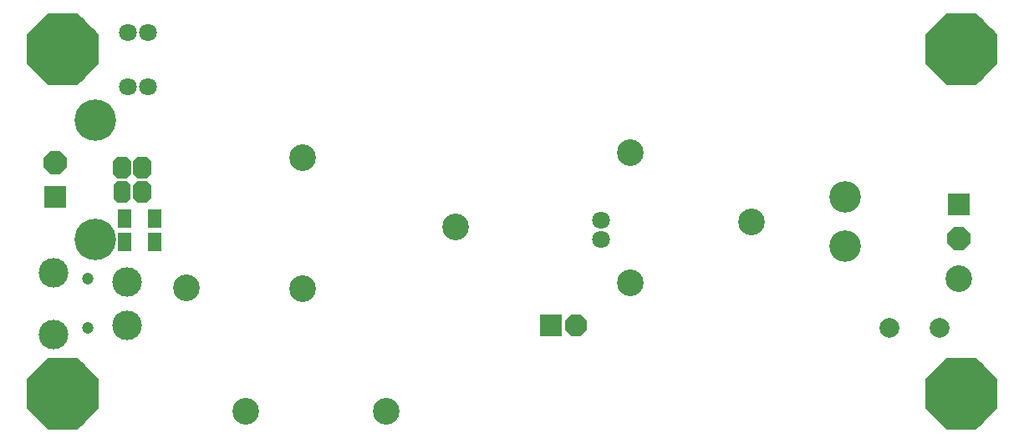
<source format=gbs>
G04*
G04 #@! TF.GenerationSoftware,Altium Limited,Altium Designer,19.0.15 (446)*
G04*
G04 Layer_Color=16711935*
%FSLAX44Y44*%
%MOMM*%
G71*
G01*
G75*
%ADD34R,1.4732X1.8542*%
%ADD38C,3.2032*%
%ADD39C,2.0032*%
%ADD40R,2.3032X2.3032*%
%ADD41P,2.4930X8X292.5*%
%ADD42C,2.7032*%
%ADD43C,1.8032*%
%ADD44P,2.3848X8X22.5*%
%ADD45R,2.2032X2.2032*%
%ADD46C,3.0032*%
%ADD47C,1.2032*%
%ADD48C,4.2032*%
G04:AMPARAMS|DCode=49|XSize=1.8032mm|YSize=2.2032mm|CornerRadius=0mm|HoleSize=0mm|Usage=FLASHONLY|Rotation=0.000|XOffset=0mm|YOffset=0mm|HoleType=Round|Shape=Octagon|*
%AMOCTAGOND49*
4,1,8,-0.4508,1.1016,0.4508,1.1016,0.9016,0.6508,0.9016,-0.6508,0.4508,-1.1016,-0.4508,-1.1016,-0.9016,-0.6508,-0.9016,0.6508,-0.4508,1.1016,0.0*
%
%ADD49OCTAGOND49*%

G04:AMPARAMS|DCode=50|XSize=1.7032mm|YSize=2.2032mm|CornerRadius=0mm|HoleSize=0mm|Usage=FLASHONLY|Rotation=0.000|XOffset=0mm|YOffset=0mm|HoleType=Round|Shape=Octagon|*
%AMOCTAGOND50*
4,1,8,-0.4258,1.1016,0.4258,1.1016,0.8516,0.6758,0.8516,-0.6758,0.4258,-1.1016,-0.4258,-1.1016,-0.8516,-0.6758,-0.8516,0.6758,-0.4258,1.1016,0.0*
%
%ADD50OCTAGOND50*%

%ADD51C,1.7780*%
%ADD52P,7.7968X8X292.5*%
D34*
X138240Y223050D02*
D03*
X107760D02*
D03*
X138240Y199000D02*
D03*
X107760D02*
D03*
D38*
X837500Y245000D02*
D03*
Y195000D02*
D03*
D39*
X882100Y112500D02*
D03*
X932900D02*
D03*
D40*
X952500Y237500D02*
D03*
X37500Y245000D02*
D03*
D41*
X952500Y202500D02*
D03*
X37500Y280000D02*
D03*
D42*
X952499Y162501D02*
D03*
X742499Y220001D02*
D03*
X169999Y152501D02*
D03*
X442500Y215000D02*
D03*
X619999Y157499D02*
D03*
X620000Y290000D02*
D03*
X287500Y285000D02*
D03*
Y152100D02*
D03*
X372499Y27501D02*
D03*
X229999D02*
D03*
D43*
X590000Y221650D02*
D03*
Y201650D02*
D03*
X131000Y357000D02*
D03*
X111000D02*
D03*
X131000Y412000D02*
D03*
X111000D02*
D03*
D44*
X565000Y114750D02*
D03*
D45*
X539600D02*
D03*
D46*
X110400D02*
D03*
Y158750D02*
D03*
X35400Y167750D02*
D03*
Y105750D02*
D03*
D47*
X70400Y111750D02*
D03*
Y161750D02*
D03*
D48*
X77900Y202300D02*
D03*
Y322700D02*
D03*
D49*
X125000Y250000D02*
D03*
Y275000D02*
D03*
X105000D02*
D03*
D50*
Y250000D02*
D03*
D51*
X980400Y408970D02*
D03*
Y382300D02*
D03*
X929600D02*
D03*
Y407700D02*
D03*
X968970Y369600D02*
D03*
X942300D02*
D03*
X968970Y420400D02*
D03*
X942300D02*
D03*
X980400Y58970D02*
D03*
Y32300D02*
D03*
X929600D02*
D03*
Y57700D02*
D03*
X968970Y19600D02*
D03*
X942300D02*
D03*
X968970Y70400D02*
D03*
X942300D02*
D03*
X70400Y408970D02*
D03*
Y382300D02*
D03*
X19600D02*
D03*
Y407700D02*
D03*
X58970Y369600D02*
D03*
X32300D02*
D03*
X58970Y420400D02*
D03*
X32300D02*
D03*
X70400Y58970D02*
D03*
Y32300D02*
D03*
X19600D02*
D03*
Y57700D02*
D03*
X58970Y19600D02*
D03*
X32300D02*
D03*
X58970Y70400D02*
D03*
X32300D02*
D03*
D52*
X955000Y395000D02*
D03*
Y45000D02*
D03*
X45000Y395000D02*
D03*
Y45000D02*
D03*
M02*

</source>
